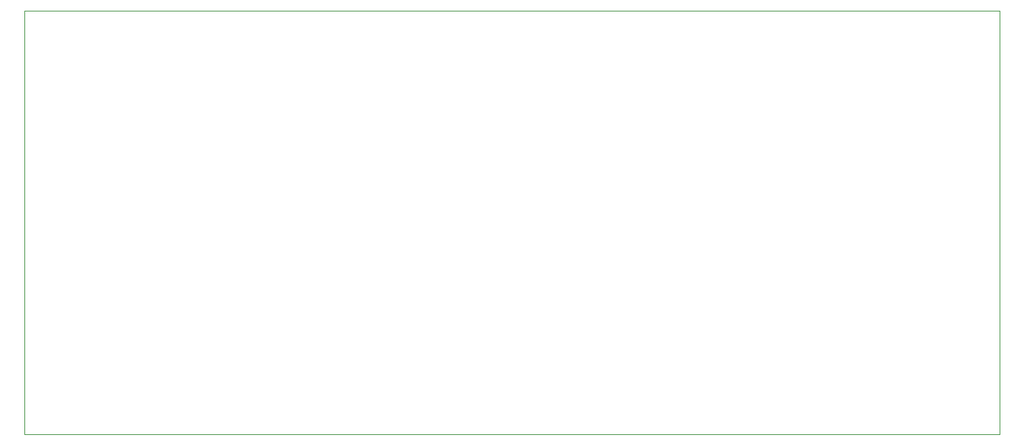
<source format=gbr>
%TF.GenerationSoftware,KiCad,Pcbnew,(5.1.9)-1*%
%TF.CreationDate,2022-01-13T14:55:30+01:00*%
%TF.ProjectId,Equalizzatore Prati,45717561-6c69-47a7-9a61-746f72652050,rev?*%
%TF.SameCoordinates,Original*%
%TF.FileFunction,Profile,NP*%
%FSLAX46Y46*%
G04 Gerber Fmt 4.6, Leading zero omitted, Abs format (unit mm)*
G04 Created by KiCad (PCBNEW (5.1.9)-1) date 2022-01-13 14:55:30*
%MOMM*%
%LPD*%
G01*
G04 APERTURE LIST*
%TA.AperFunction,Profile*%
%ADD10C,0.050000*%
%TD*%
G04 APERTURE END LIST*
D10*
X100000000Y-81826000D02*
X215000000Y-81826000D01*
X100000000Y-81826000D02*
X100000000Y-131826000D01*
X100000000Y-131826000D02*
X215000000Y-131826000D01*
X215000000Y-131826000D02*
X215000000Y-81826000D01*
M02*

</source>
